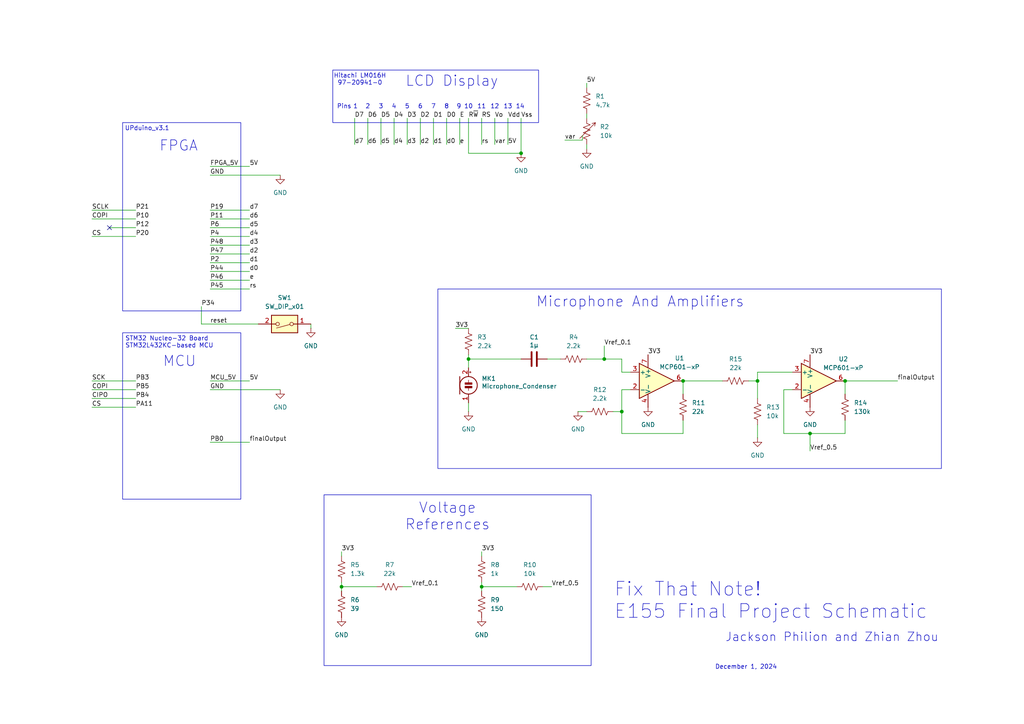
<source format=kicad_sch>
(kicad_sch (version 20231120) (generator "eeschema") (generator_version "8.0")
  (paper "A4")
  (lib_symbols
    (symbol "Amplifier_Operational:MCP601-xP" (pin_names (offset 0.127))
      (property "Reference" "U" (at 0 6.35 0))
      (property "Value" "MCP601-xP" (at 0 3.81 0))
      (symbol "MCP601-xP_0_1"
        (polyline (pts (xy -5.08 5.08) (xy 5.08 0) (xy -5.08 -5.08) (xy -5.08 5.08)) (stroke (width 0.254)) (fill (type background)))
      )
      (symbol "MCP601-xP_1_1"
        (pin no_connect line (at -5.08 -2.54 90) (length 2.54) hide (name "NC") (number "1"))
        (pin input line (at -7.62 -2.54 0) (length 2.54) (name "-") (number "2"))
        (pin input line (at -7.62 2.54 0) (length 2.54) (name "+") (number "3"))
        (pin power_in line (at -2.54 -7.62 90) (length 3.81) (name "V-") (number "4"))
        (pin no_connect line (at -2.54 -2.54 90) (length 2.54) hide (name "NC") (number "5"))
        (pin output line (at 7.62 0 180) (length 2.54) (name "~") (number "6"))
        (pin power_in line (at -2.54 7.62 270) (length 3.81) (name "V+") (number "7"))
        (pin no_connect line (at 0 -2.54 90) (length 2.54) hide (name "NC") (number "8"))
      )
    )
    (symbol "Device:C" (pin_numbers hide) (pin_names (offset 0.254))
      (property "Reference" "C" (at 0.635 2.54 0))
      (property "Value" "C" (at 0.635 -2.54 0))
      (symbol "C_0_1"
        (polyline (pts (xy -2.032 -0.762) (xy 2.032 -0.762)) (stroke (width 0.508)))
        (polyline (pts (xy -2.032 0.762) (xy 2.032 0.762)) (stroke (width 0.508)))
      )
      (symbol "C_1_1"
        (pin passive line (at 0 3.81 270) (length 2.794) (name "~") (number "1"))
        (pin passive line (at 0 -3.81 90) (length 2.794) (name "~") (number "2"))
      )
    )
    (symbol "Device:Microphone_Condenser" (pin_names (offset 0.0254) hide)
      (property "Reference" "MK" (at -3.302 1.27 0))
      (property "Value" "Microphone_Condenser" (at -3.302 -0.635 0))
      (symbol "Microphone_Condenser_0_1"
        (polyline (pts (xy -2.54 2.54) (xy -2.54 -2.54)) (stroke (width 0.254)))
        (polyline (pts (xy 0 -0.762) (xy 0 -1.524)))
        (polyline (pts (xy 0 0.762) (xy 0 1.524)))
        (polyline (pts (xy 0.254 3.81) (xy 0.762 3.81)))
        (polyline (pts (xy 0.508 4.064) (xy 0.508 3.556)))
        (circle (center 0 0) (radius 2.54) (stroke (width 0.254)))
        (rectangle (start 1.016 -0.254) (end -1.016 -0.762) (fill (type outline)))
        (rectangle (start 1.016 0.762) (end -1.016 0.254) (fill (type outline)))
      )
      (symbol "Microphone_Condenser_1_1"
        (pin passive line (at 0 -5.08 90) (length 2.54) (name "-") (number "1"))
        (pin passive line (at 0 5.08 270) (length 2.54) (name "+") (number "2"))
      )
    )
    (symbol "Device:R_US" (pin_numbers hide) (pin_names (offset 0))
      (property "Reference" "R" (at 2.54 0 90))
      (property "Value" "R_US" (at -2.54 0 90))
      (symbol "R_US_0_1"
        (polyline (pts (xy 0 -2.286) (xy 0 -2.54)))
        (polyline (pts (xy 0 2.286) (xy 0 2.54)))
        (polyline (pts (xy 0 -0.762) (xy 1.016 -1.143) (xy 0 -1.524) (xy -1.016 -1.905) (xy 0 -2.286)))
        (polyline (pts (xy 0 0.762) (xy 1.016 0.381) (xy 0 0) (xy -1.016 -0.381) (xy 0 -0.762)))
        (polyline (pts (xy 0 2.286) (xy 1.016 1.905) (xy 0 1.524) (xy -1.016 1.143) (xy 0 0.762)))
      )
      (symbol "R_US_1_1"
        (pin passive line (at 0 3.81 270) (length 1.27) (name "~") (number "1"))
        (pin passive line (at 0 -3.81 90) (length 1.27) (name "~") (number "2"))
      )
    )
    (symbol "Device:R_Variable_US" (pin_numbers hide) (pin_names (offset 0))
      (property "Reference" "R" (at 2.54 -2.54 90))
      (property "Value" "R_Variable_US" (at -2.54 -1.27 90))
      (symbol "R_Variable_US_0_1"
        (polyline (pts (xy 0 -2.286) (xy 0 -2.54)))
        (polyline (pts (xy 0 2.286) (xy 0 2.54)))
        (polyline (pts (xy 0 -0.762) (xy 1.016 -1.143) (xy 0 -1.524) (xy -1.016 -1.905) (xy 0 -2.286)))
        (polyline (pts (xy 0 0.762) (xy 1.016 0.381) (xy 0 0) (xy -1.016 -0.381) (xy 0 -0.762)))
        (polyline (pts (xy 0 2.286) (xy 1.016 1.905) (xy 0 1.524) (xy -1.016 1.143) (xy 0 0.762)) (stroke (width 0.1524)))
        (polyline (pts (xy 2.286 1.524) (xy 2.54 2.54) (xy 1.524 2.286) (xy 2.54 2.54) (xy -2.032 -2.032)) (stroke (width 0.1524)))
      )
      (symbol "R_Variable_US_1_1"
        (pin passive line (at 0 3.81 270) (length 1.27) (name "~") (number "1"))
        (pin passive line (at 0 -3.81 90) (length 1.27) (name "~") (number "2"))
      )
    )
    (symbol "Switch:SW_DIP_x01" (pin_names (offset 0) hide)
      (property "Reference" "SW" (at 0 3.81 0))
      (property "Value" "SW_DIP_x01" (at 0 -3.81 0))
      (symbol "SW_DIP_x01_0_0"
        (circle (center -2.032 0) (radius 0.508))
        (polyline (pts (xy -1.524 0.127) (xy 2.3622 1.1684)))
        (circle (center 2.032 0) (radius 0.508))
      )
      (symbol "SW_DIP_x01_0_1"
        (rectangle (start -3.81 2.54) (end 3.81 -2.54) (stroke (width 0.254)) (fill (type background)))
      )
      (symbol "SW_DIP_x01_1_1"
        (pin passive line (at -7.62 0 0) (length 5.08) (name "~") (number "1"))
        (pin passive line (at 7.62 0 180) (length 5.08) (name "~") (number "2"))
      )
    )
    (symbol "power:GND" (power) (pin_numbers hide) (pin_names (offset 0) hide)
      (property "Value" "GND" (at 0 -3.81 0))
      (symbol "GND_0_1"
        (polyline (pts (xy 0 0) (xy 0 -1.27) (xy 1.27 -1.27) (xy 0 -2.54) (xy -1.27 -1.27) (xy 0 -1.27)))
      )
      (symbol "GND_1_1"
        (pin power_in line (at 0 0 270) (length 0) (name "~") (number "1"))
      )
    )
  )
  (junction (at 135.89 104.14))
  (junction (at 139.7 170.18))
  (junction (at 151.13 44.45))
  (junction (at 175.26 104.14))
  (junction (at 99.06 170.18))
  (junction (at 234.95 125.73))
  (junction (at 198.12 110.49))
  (junction (at 245.11 110.49))
  (junction (at 180.34 119.38))
  (junction (at 219.71 110.49))
  (no_connect (at 31.75 66.04))
  (wire (pts (xy 139.7 170.18) (xy 149.86 170.18)))
  (wire (pts (xy 60.96 68.58) (xy 72.39 68.58)))
  (wire (pts (xy 26.67 115.57) (xy 39.37 115.57)))
  (wire (pts (xy 157.48 170.18) (xy 160.02 170.18)))
  (wire (pts (xy 180.34 113.03) (xy 180.34 119.38)))
  (wire (pts (xy 60.96 73.66) (xy 72.39 73.66)))
  (wire (pts (xy 102.87 34.29) (xy 102.87 41.91)))
  (wire (pts (xy 163.83 40.64) (xy 168.91 40.64)))
  (wire (pts (xy 219.71 110.49) (xy 219.71 115.57)))
  (wire (pts (xy 175.26 104.14) (xy 180.34 104.14)))
  (wire (pts (xy 135.89 102.87) (xy 135.89 104.14)))
  (wire (pts (xy 180.34 104.14) (xy 180.34 107.95)))
  (wire (pts (xy 60.96 66.04) (xy 72.39 66.04)))
  (wire (pts (xy 245.11 121.92) (xy 245.11 125.73)))
  (wire (pts (xy 60.96 83.82) (xy 72.39 83.82)))
  (wire (pts (xy 139.7 168.91) (xy 139.7 170.18)))
  (wire (pts (xy 227.33 125.73) (xy 234.95 125.73)))
  (wire (pts (xy 26.67 113.03) (xy 39.37 113.03)))
  (wire (pts (xy 116.84 170.18) (xy 119.38 170.18)))
  (wire (pts (xy 133.35 34.29) (xy 133.35 41.91)))
  (wire (pts (xy 135.89 119.38) (xy 135.89 116.84)))
  (wire (pts (xy 90.17 93.98) (xy 90.17 95.25)))
  (wire (pts (xy 135.89 104.14) (xy 135.89 106.68)))
  (wire (pts (xy 99.06 160.02) (xy 99.06 161.29)))
  (wire (pts (xy 26.67 68.58) (xy 39.37 68.58)))
  (wire (pts (xy 99.06 168.91) (xy 99.06 170.18)))
  (wire (pts (xy 180.34 107.95) (xy 182.88 107.95)))
  (wire (pts (xy 151.13 44.45) (xy 151.13 34.29)))
  (wire (pts (xy 125.73 34.29) (xy 125.73 41.91)))
  (wire (pts (xy 180.34 119.38) (xy 180.34 125.73)))
  (wire (pts (xy 234.95 125.73) (xy 245.11 125.73)))
  (wire (pts (xy 110.49 34.29) (xy 110.49 41.91)))
  (wire (pts (xy 121.92 34.29) (xy 121.92 41.91)))
  (wire (pts (xy 177.8 119.38) (xy 180.34 119.38)))
  (wire (pts (xy 245.11 110.49) (xy 245.11 114.3)))
  (wire (pts (xy 135.89 34.29) (xy 135.89 44.45)))
  (wire (pts (xy 219.71 107.95) (xy 219.71 110.49)))
  (wire (pts (xy 99.06 170.18) (xy 99.06 171.45)))
  (wire (pts (xy 60.96 76.2) (xy 72.39 76.2)))
  (wire (pts (xy 227.33 113.03) (xy 227.33 125.73)))
  (wire (pts (xy 229.87 107.95) (xy 219.71 107.95)))
  (wire (pts (xy 180.34 125.73) (xy 198.12 125.73)))
  (wire (pts (xy 180.34 113.03) (xy 182.88 113.03)))
  (wire (pts (xy 60.96 128.27) (xy 72.39 128.27)))
  (wire (pts (xy 58.42 93.98) (xy 58.42 88.9)))
  (wire (pts (xy 227.33 113.03) (xy 229.87 113.03)))
  (wire (pts (xy 198.12 110.49) (xy 209.55 110.49)))
  (wire (pts (xy 60.96 110.49) (xy 72.39 110.49)))
  (wire (pts (xy 60.96 71.12) (xy 72.39 71.12)))
  (wire (pts (xy 175.26 100.33) (xy 175.26 104.14)))
  (wire (pts (xy 170.18 34.29) (xy 170.18 33.02)))
  (wire (pts (xy 170.18 24.13) (xy 170.18 25.4)))
  (wire (pts (xy 219.71 123.19) (xy 219.71 127)))
  (wire (pts (xy 139.7 170.18) (xy 139.7 171.45)))
  (wire (pts (xy 118.11 34.29) (xy 118.11 41.91)))
  (wire (pts (xy 198.12 110.49) (xy 198.12 114.3)))
  (wire (pts (xy 245.11 110.49) (xy 260.35 110.49)))
  (wire (pts (xy 139.7 160.02) (xy 139.7 161.29)))
  (wire (pts (xy 217.17 110.49) (xy 219.71 110.49)))
  (wire (pts (xy 158.75 104.14) (xy 162.56 104.14)))
  (wire (pts (xy 60.96 81.28) (xy 72.39 81.28)))
  (wire (pts (xy 60.96 113.03) (xy 81.28 113.03)))
  (wire (pts (xy 234.95 125.73) (xy 234.95 130.81)))
  (wire (pts (xy 170.18 104.14) (xy 175.26 104.14)))
  (wire (pts (xy 26.67 110.49) (xy 39.37 110.49)))
  (wire (pts (xy 99.06 170.18) (xy 109.22 170.18)))
  (wire (pts (xy 198.12 121.92) (xy 198.12 125.73)))
  (wire (pts (xy 60.96 63.5) (xy 72.39 63.5)))
  (wire (pts (xy 143.51 34.29) (xy 143.51 41.91)))
  (wire (pts (xy 74.93 93.98) (xy 58.42 93.98)))
  (wire (pts (xy 129.54 34.29) (xy 129.54 41.91)))
  (wire (pts (xy 135.89 104.14) (xy 151.13 104.14)))
  (wire (pts (xy 167.64 119.38) (xy 170.18 119.38)))
  (wire (pts (xy 147.32 41.91) (xy 147.32 34.29)))
  (wire (pts (xy 170.18 43.18) (xy 170.18 41.91)))
  (wire (pts (xy 26.67 60.96) (xy 39.37 60.96)))
  (wire (pts (xy 114.3 34.29) (xy 114.3 41.91)))
  (wire (pts (xy 60.96 50.8) (xy 81.28 50.8)))
  (wire (pts (xy 31.75 66.04) (xy 39.37 66.04)))
  (wire (pts (xy 26.67 118.11) (xy 39.37 118.11)))
  (wire (pts (xy 26.67 63.5) (xy 39.37 63.5)))
  (wire (pts (xy 135.89 44.45) (xy 151.13 44.45)))
  (wire (pts (xy 168.91 39.37) (xy 168.91 40.64)))
  (wire (pts (xy 132.08 95.25) (xy 135.89 95.25)))
  (wire (pts (xy 60.96 48.26) (xy 72.39 48.26)))
  (wire (pts (xy 106.68 34.29) (xy 106.68 41.91)))
  (wire (pts (xy 60.96 78.74) (xy 72.39 78.74)))
  (wire (pts (xy 139.7 34.29) (xy 139.7 41.91)))
  (wire (pts (xy 60.96 60.96) (xy 72.39 60.96)))
  (rectangle (start 96.52 20.32) (end 156.21 35.56))
  (rectangle (start 93.98 143.51) (end 171.45 193.04))
  (rectangle (start 35.56 35.56) (end 69.85 90.17))
  (rectangle (start 127 83.82) (end 273.05 135.89))
  (rectangle (start 35.56 96.52) (end 69.85 144.78))
  (text "December 1, 2024" (at 216.408 193.548 0) (effects (font (size 1.27 1.27))))
  (text "STM32 Nucleo-32 Board\nSTM32L432KC-based MCU\n" (at 36.322 101.092 0) (effects (font (size 1.27 1.27)) (justify left bottom)))
  (text "9" (at 133.096 30.988 0) (effects (font (size 1.27 1.27))))
  (text "MCU" (at 52.07 104.902 0) (effects (font (size 3 3))))
  (text "LCD Display" (at 131.064 23.622 0) (effects (font (size 3 3))))
  (text "14" (at 150.876 30.988 0) (effects (font (size 1.27 1.27))))
  (text "Jackson Philion and Zhian Zhou" (at 241.3 184.912 0) (effects (font (size 2.5 2.5))))
  (text "2" (at 106.68 30.988 0) (effects (font (size 1.27 1.27))))
  (text "4" (at 114.3 30.988 0) (effects (font (size 1.27 1.27))))
  (text "Voltage\nReferences" (at 129.794 149.86 0) (effects (font (size 3 3))))
  (text "Pins" (at 99.822 30.988 0) (effects (font (size 1.27 1.27))))
  (text "FPGA" (at 51.816 42.418 0) (effects (font (size 3 3))))
  (text "5" (at 118.11 30.988 0) (effects (font (size 1.27 1.27))))
  (text "1" (at 103.124 30.988 0) (effects (font (size 1.27 1.27))))
  (text "3" (at 110.49 30.988 0) (effects (font (size 1.27 1.27))))
  (text "12" (at 143.51 30.988 0) (effects (font (size 1.27 1.27))))
  (text "UPduino_v3.1" (at 42.672 37.338 0) (effects (font (size 1.27 1.27))))
  (text "6" (at 121.92 30.988 0) (effects (font (size 1.27 1.27))))
  (text "11\n" (at 139.7 30.988 0) (effects (font (size 1.27 1.27))))
  (text "13" (at 147.32 30.988 0) (effects (font (size 1.27 1.27))))
  (text "10" (at 135.89 30.988 0) (effects (font (size 1.27 1.27))))
  (text "8" (at 129.54 30.988 0) (effects (font (size 1.27 1.27))))
  (text "Fix That Note!\nE155 Final Project Schematic" (at 178.054 174.244 0) (effects (font (size 4 4)) (justify left)))
  (text "Hitachi LM016H\n97-20941-0" (at 104.394 23.114 0) (effects (font (size 1.27 1.27))))
  (text "7" (at 125.73 30.988 0) (effects (font (size 1.27 1.27))))
  (text "Microphone And Amplifiers" (at 185.674 87.63 0) (effects (font (size 3 3))))
  (label "P21" (at 39.37 60.96 0))
  (label "d0" (at 129.54 41.91 0))
  (label "R~{W}" (at 135.89 34.29 0))
  (label "RS" (at 139.7 34.29 0))
  (label "d7" (at 72.39 60.96 0))
  (label "rs" (at 72.39 83.82 0))
  (label "P20" (at 39.37 68.58 0))
  (label "CS" (at 26.67 68.58 0))
  (label "FPGA_5V" (at 60.96 48.26 0))
  (label "3V3" (at 139.7 160.02 0))
  (label "D5" (at 110.49 34.29 0))
  (label "Vdd" (at 147.32 34.29 0))
  (label "PB0" (at 60.96 128.27 0))
  (label "5V" (at 147.32 41.91 0))
  (label "COPI" (at 26.67 113.03 0))
  (label "D3" (at 118.11 34.29 0))
  (label "P48" (at 60.96 71.12 0))
  (label "P2" (at 60.96 76.2 0))
  (label "e" (at 133.35 41.91 0))
  (label "d4" (at 72.39 68.58 0))
  (label "D2" (at 121.92 34.29 0))
  (label "d0" (at 72.39 78.74 0))
  (label "P45" (at 60.96 83.82 0))
  (label "d5" (at 110.49 41.91 0))
  (label "5V" (at 170.18 24.13 0))
  (label "COPI" (at 26.67 63.5 0))
  (label "SCLK" (at 26.67 60.96 0))
  (label "rs" (at 139.7 41.91 0))
  (label "PA11" (at 39.37 118.11 0))
  (label "P34" (at 58.42 88.9 0))
  (label "d6" (at 72.39 63.5 0))
  (label "D6" (at 106.68 34.29 0))
  (label "3V3" (at 187.96 102.87 0))
  (label "P46" (at 60.96 81.28 0))
  (label "P4" (at 60.96 68.58 0))
  (label "P6" (at 60.96 66.04 0))
  (label "d7" (at 102.87 41.91 0))
  (label "D4" (at 114.3 34.29 0))
  (label "d6" (at 106.68 41.91 0))
  (label "GND" (at 60.96 50.8 0))
  (label "D7" (at 102.87 34.29 0))
  (label "P12" (at 39.37 66.04 0))
  (label "PB4" (at 39.37 115.57 0))
  (label "PB3" (at 39.37 110.49 0))
  (label "d2" (at 72.39 73.66 0))
  (label "var" (at 143.51 41.91 0))
  (label "D0" (at 129.54 34.29 0))
  (label "Vref_0.1" (at 119.38 170.18 0))
  (label "Vo" (at 143.51 34.29 0))
  (label "Vref_0.5" (at 234.95 130.81 0))
  (label "d3" (at 118.11 41.91 0))
  (label "reset" (at 60.96 93.98 0))
  (label "d1" (at 125.73 41.91 0))
  (label "3V3" (at 234.95 102.87 0))
  (label "E" (at 133.35 34.29 0))
  (label "CS" (at 26.67 118.11 0))
  (label "3V3" (at 132.08 95.25 0))
  (label "d4" (at 114.3 41.91 0))
  (label "SCK" (at 26.67 110.49 0))
  (label "Vref_0.1" (at 175.26 100.33 0))
  (label "finalOutput" (at 72.39 128.27 0))
  (label "5V" (at 72.39 48.26 0))
  (label "D1" (at 125.73 34.29 0))
  (label "CIPO" (at 26.67 115.57 0))
  (label "Vref_0.5" (at 160.02 170.18 0))
  (label "5V" (at 72.39 110.49 0))
  (label "Vss" (at 151.13 34.29 0))
  (label "d2" (at 121.92 41.91 0))
  (label "GND" (at 60.96 113.03 0))
  (label "var" (at 163.83 40.64 0))
  (label "P44" (at 60.96 78.74 0))
  (label "finalOutput" (at 260.35 110.49 0))
  (label "MCU_5V" (at 60.96 110.49 0))
  (label "d3" (at 72.39 71.12 0))
  (label "d5" (at 72.39 66.04 0))
  (label "3V3" (at 99.06 160.02 0))
  (label "P19" (at 60.96 60.96 0))
  (label "P10" (at 39.37 63.5 0))
  (label "d1" (at 72.39 76.2 0))
  (label "e" (at 72.39 81.28 0))
  (label "P11" (at 60.96 63.5 0))
  (label "PB5" (at 39.37 113.03 0))
  (label "P47" (at 60.96 73.66 0))
  (symbol (lib_id "power:GND") (at 99.06 179.07 0) (unit 1)
    (property "Reference" "#PWR08" (effects (hide yes)))
    (property "Value" "GND" (at 99.06 184.15 0))
    (property "Description" "Power symbol creates a global label with name \"GND\" , ground" (effects (hide yes)))
  )
  (symbol (lib_id "power:GND") (at 81.28 113.03 0) (unit 1)
    (property "Reference" "#PWR03" (effects (hide yes)))
    (property "Value" "GND" (at 81.28 118.11 0))
    (property "Description" "Power symbol creates a global label with name \"GND\" , ground" (effects (hide yes)))
  )
  (symbol (lib_id "Device:R_Variable_US") (at 170.18 38.1 0) (unit 1)
    (property "Reference" "R2" (at 173.99 36.7918 0) (effects (justify left)))
    (property "Value" "10k" (at 173.99 39.3318 0) (effects (justify left)))
    (property "Description" "Variable resistor, US symbol" (effects (hide yes)))
  )
  (symbol (lib_id "Device:R_US") (at 213.36 110.49 270) (unit 1)
    (property "Reference" "R15" (at 213.36 104.14 90))
    (property "Value" "22k" (at 213.36 106.68 90))
    (property "Description" "Resistor, US symbol" (effects (hide yes)))
  )
  (symbol (lib_id "Device:R_US") (at 198.12 118.11 0) (unit 1)
    (property "Reference" "R11" (at 200.66 116.8399 0) (effects (justify left)))
    (property "Value" "22k" (at 200.66 119.3799 0) (effects (justify left)))
    (property "Description" "Resistor, US symbol" (effects (hide yes)))
  )
  (symbol (lib_id "Device:R_US") (at 153.67 170.18 90) (unit 1)
    (property "Reference" "R10" (at 153.67 163.83 90))
    (property "Value" "10k" (at 153.67 166.37 90))
    (property "Description" "Resistor, US symbol" (effects (hide yes)))
  )
  (symbol (lib_id "power:GND") (at 219.71 127 0) (unit 1)
    (property "Reference" "#PWR011" (effects (hide yes)))
    (property "Value" "GND" (at 219.71 132.08 0))
    (property "Description" "Power symbol creates a global label with name \"GND\" , ground" (effects (hide yes)))
  )
  (symbol (lib_id "Device:C") (at 154.94 104.14 90) (unit 1)
    (property "Reference" "C1" (at 154.94 97.79 90))
    (property "Value" "1µ" (at 154.94 100.076 90))
    (property "Description" "Unpolarized capacitor" (effects (hide yes)))
  )
  (symbol (lib_id "Device:R_US") (at 99.06 175.26 0) (unit 1)
    (property "Reference" "R6" (at 101.6 173.9899 0) (effects (justify left)))
    (property "Value" "39" (at 101.6 176.5299 0) (effects (justify left)))
    (property "Description" "Resistor, US symbol" (effects (hide yes)))
  )
  (symbol (lib_id "Amplifier_Operational:MCP601-xP") (at 237.49 110.49 0) (unit 1)
    (property "Reference" "U2" (at 244.602 104.14 0))
    (property "Value" "MCP601-xP" (at 244.602 106.68 0))
    (property "Footprint" "Package_DIP:DIP-8_W7.62mm" (effects (hide yes)))
    (property "Datasheet" "http://ww1.microchip.com/downloads/en/DeviceDoc/21314g.pdf" (effects (hide yes)))
    (property "Description" "Single 2.7V to 6.0V Single Supply CMOS Op Amps, DIP-8" (effects (hide yes)))
  )
  (symbol (lib_id "power:GND") (at 151.13 44.45 0) (unit 1)
    (property "Reference" "#PWR01" (effects (hide yes)))
    (property "Value" "GND" (at 151.13 49.53 0))
    (property "Description" "Power symbol creates a global label with name \"GND\" , ground" (effects (hide yes)))
  )
  (symbol (lib_id "Device:Microphone_Condenser") (at 135.89 111.76 0) (unit 1)
    (property "Reference" "MK1" (at 139.7 109.7914 0) (effects (justify left)))
    (property "Value" "Microphone_Condenser" (at 139.7 112.014 0) (effects (justify left)))
    (property "Description" "Condenser microphone" (effects (hide yes)))
  )
  (symbol (lib_id "Device:R_US") (at 113.03 170.18 90) (unit 1)
    (property "Reference" "R7" (at 113.03 163.83 90))
    (property "Value" "22k" (at 113.03 166.37 90))
    (property "Description" "Resistor, US symbol" (effects (hide yes)))
  )
  (symbol (lib_id "power:GND") (at 135.89 119.38 0) (unit 1)
    (property "Reference" "#PWR05" (effects (hide yes)))
    (property "Value" "GND" (at 135.89 124.46 0))
    (property "Description" "Power symbol creates a global label with name \"GND\" , ground" (effects (hide yes)))
  )
  (symbol (lib_id "power:GND") (at 187.96 118.11 0) (unit 1)
    (property "Reference" "#PWR06" (effects (hide yes)))
    (property "Value" "GND" (at 187.96 123.19 0))
    (property "Description" "Power symbol creates a global label with name \"GND\" , ground" (effects (hide yes)))
  )
  (symbol (lib_id "Device:R_US") (at 99.06 165.1 0) (unit 1)
    (property "Reference" "R5" (at 101.6 163.8299 0) (effects (justify left)))
    (property "Value" "1.3k" (at 101.6 166.3699 0) (effects (justify left)))
    (property "Description" "Resistor, US symbol" (effects (hide yes)))
  )
  (symbol (lib_id "power:GND") (at 170.18 43.18 0) (unit 1)
    (property "Reference" "#PWR02" (effects (hide yes)))
    (property "Value" "GND" (at 170.18 48.26 0))
    (property "Description" "Power symbol creates a global label with name \"GND\" , ground" (effects (hide yes)))
  )
  (symbol (lib_id "Device:R_US") (at 139.7 175.26 0) (unit 1)
    (property "Reference" "R9" (at 142.24 173.9899 0) (effects (justify left)))
    (property "Value" "150" (at 142.24 176.5299 0) (effects (justify left)))
    (property "Description" "Resistor, US symbol" (effects (hide yes)))
  )
  (symbol (lib_id "Switch:SW_DIP_x01") (at 82.55 93.98 180) (unit 1)
    (property "Reference" "SW1" (at 82.55 86.36 0))
    (property "Value" "SW_DIP_x01" (at 82.55 88.9 0))
    (property "Description" "1x DIP Switch, Single Pole Single Throw (SPST) switch, small symbol" (effects (hide yes)))
  )
  (symbol (lib_id "Device:R_US") (at 139.7 165.1 0) (unit 1)
    (property "Reference" "R8" (at 142.24 163.8299 0) (effects (justify left)))
    (property "Value" "1k" (at 142.24 166.3699 0) (effects (justify left)))
    (property "Description" "Resistor, US symbol" (effects (hide yes)))
  )
  (symbol (lib_id "Device:R_US") (at 219.71 119.38 180) (unit 1)
    (property "Reference" "R13" (at 222.25 118.1099 0) (effects (justify right)))
    (property "Value" "10k" (at 222.25 120.6499 0) (effects (justify right)))
    (property "Description" "Resistor, US symbol" (effects (hide yes)))
  )
  (symbol (lib_id "Device:R_US") (at 245.11 118.11 180) (unit 1)
    (property "Reference" "R14" (at 247.65 116.8399 0) (effects (justify right)))
    (property "Value" "130k" (at 247.65 119.3799 0) (effects (justify right)))
    (property "Description" "Resistor, US symbol" (effects (hide yes)))
  )
  (symbol (lib_id "Amplifier_Operational:MCP601-xP") (at 190.5 110.49 0) (unit 1)
    (property "Reference" "U1" (at 197.104 103.886 0))
    (property "Value" "MCP601-xP" (at 197.104 106.426 0))
    (property "Footprint" "Package_DIP:DIP-8_W7.62mm" (effects (hide yes)))
    (property "Datasheet" "http://ww1.microchip.com/downloads/en/DeviceDoc/21314g.pdf" (effects (hide yes)))
    (property "Description" "Single 2.7V to 6.0V Single Supply CMOS Op Amps, DIP-8" (effects (hide yes)))
  )
  (symbol (lib_id "power:GND") (at 139.7 179.07 0) (unit 1)
    (property "Reference" "#PWR09" (effects (hide yes)))
    (property "Value" "GND" (at 139.7 184.15 0))
    (property "Description" "Power symbol creates a global label with name \"GND\" , ground" (effects (hide yes)))
  )
  (symbol (lib_id "power:GND") (at 167.64 119.38 0) (unit 1)
    (property "Reference" "#PWR010" (effects (hide yes)))
    (property "Value" "GND" (at 167.64 124.46 0))
    (property "Description" "Power symbol creates a global label with name \"GND\" , ground" (effects (hide yes)))
  )
  (symbol (lib_id "power:GND") (at 90.17 95.25 0) (unit 1)
    (property "Reference" "#PWR012" (effects (hide yes)))
    (property "Value" "GND" (at 90.17 100.33 0))
    (property "Description" "Power symbol creates a global label with name \"GND\" , ground" (effects (hide yes)))
  )
  (symbol (lib_id "Device:R_US") (at 135.89 99.06 0) (unit 1)
    (property "Reference" "R3" (at 138.43 97.7899 0) (effects (justify left)))
    (property "Value" "2.2k" (at 138.43 100.3299 0) (effects (justify left)))
    (property "Description" "Resistor, US symbol" (effects (hide yes)))
  )
  (symbol (lib_id "Device:R_US") (at 173.99 119.38 90) (unit 1)
    (property "Reference" "R12" (at 173.99 113.03 90))
    (property "Value" "2.2k" (at 173.99 115.57 90))
    (property "Description" "Resistor, US symbol" (effects (hide yes)))
  )
  (symbol (lib_id "Device:R_US") (at 170.18 29.21 0) (unit 1)
    (property "Reference" "R1" (at 172.72 27.9399 0) (effects (justify left)))
    (property "Value" "4.7k" (at 172.72 30.4799 0) (effects (justify left)))
    (property "Description" "Resistor, US symbol" (effects (hide yes)))
  )
  (symbol (lib_id "Device:R_US") (at 166.37 104.14 90) (unit 1)
    (property "Reference" "R4" (at 166.37 97.79 90))
    (property "Value" "2.2k" (at 166.37 100.33 90))
    (property "Description" "Resistor, US symbol" (effects (hide yes)))
  )
  (symbol (lib_id "power:GND") (at 81.28 50.8 0) (unit 1)
    (property "Reference" "#PWR04" (effects (hide yes)))
    (property "Value" "GND" (at 81.28 55.88 0))
    (property "Description" "Power symbol creates a global label with name \"GND\" , ground" (effects (hide yes)))
  )
  (symbol (lib_id "power:GND") (at 234.95 118.11 0) (unit 1)
    (property "Reference" "#PWR07" (effects (hide yes)))
    (property "Value" "GND" (at 234.95 123.19 0))
    (property "Description" "Power symbol creates a global label with name \"GND\" , ground" (effects (hide yes)))
  )
)
</source>
